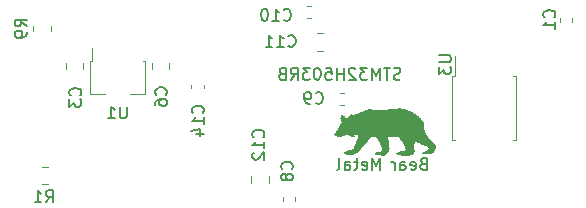
<source format=gbr>
%TF.GenerationSoftware,KiCad,Pcbnew,(7.0.0)*%
%TF.CreationDate,2023-04-02T12:15:27-04:00*%
%TF.ProjectId,H503,48353033-2e6b-4696-9361-645f70636258,rev?*%
%TF.SameCoordinates,Original*%
%TF.FileFunction,Legend,Bot*%
%TF.FilePolarity,Positive*%
%FSLAX46Y46*%
G04 Gerber Fmt 4.6, Leading zero omitted, Abs format (unit mm)*
G04 Created by KiCad (PCBNEW (7.0.0)) date 2023-04-02 12:15:27*
%MOMM*%
%LPD*%
G01*
G04 APERTURE LIST*
%ADD10C,0.150000*%
%ADD11C,0.120000*%
G04 APERTURE END LIST*
D10*
X100901523Y-53481161D02*
X100758666Y-53528780D01*
X100758666Y-53528780D02*
X100520571Y-53528780D01*
X100520571Y-53528780D02*
X100425333Y-53481161D01*
X100425333Y-53481161D02*
X100377714Y-53433542D01*
X100377714Y-53433542D02*
X100330095Y-53338304D01*
X100330095Y-53338304D02*
X100330095Y-53243066D01*
X100330095Y-53243066D02*
X100377714Y-53147828D01*
X100377714Y-53147828D02*
X100425333Y-53100209D01*
X100425333Y-53100209D02*
X100520571Y-53052590D01*
X100520571Y-53052590D02*
X100711047Y-53004971D01*
X100711047Y-53004971D02*
X100806285Y-52957352D01*
X100806285Y-52957352D02*
X100853904Y-52909733D01*
X100853904Y-52909733D02*
X100901523Y-52814495D01*
X100901523Y-52814495D02*
X100901523Y-52719257D01*
X100901523Y-52719257D02*
X100853904Y-52624019D01*
X100853904Y-52624019D02*
X100806285Y-52576400D01*
X100806285Y-52576400D02*
X100711047Y-52528780D01*
X100711047Y-52528780D02*
X100472952Y-52528780D01*
X100472952Y-52528780D02*
X100330095Y-52576400D01*
X100044380Y-52528780D02*
X99472952Y-52528780D01*
X99758666Y-53528780D02*
X99758666Y-52528780D01*
X99139618Y-53528780D02*
X99139618Y-52528780D01*
X99139618Y-52528780D02*
X98806285Y-53243066D01*
X98806285Y-53243066D02*
X98472952Y-52528780D01*
X98472952Y-52528780D02*
X98472952Y-53528780D01*
X98091999Y-52528780D02*
X97472952Y-52528780D01*
X97472952Y-52528780D02*
X97806285Y-52909733D01*
X97806285Y-52909733D02*
X97663428Y-52909733D01*
X97663428Y-52909733D02*
X97568190Y-52957352D01*
X97568190Y-52957352D02*
X97520571Y-53004971D01*
X97520571Y-53004971D02*
X97472952Y-53100209D01*
X97472952Y-53100209D02*
X97472952Y-53338304D01*
X97472952Y-53338304D02*
X97520571Y-53433542D01*
X97520571Y-53433542D02*
X97568190Y-53481161D01*
X97568190Y-53481161D02*
X97663428Y-53528780D01*
X97663428Y-53528780D02*
X97949142Y-53528780D01*
X97949142Y-53528780D02*
X98044380Y-53481161D01*
X98044380Y-53481161D02*
X98091999Y-53433542D01*
X97091999Y-52624019D02*
X97044380Y-52576400D01*
X97044380Y-52576400D02*
X96949142Y-52528780D01*
X96949142Y-52528780D02*
X96711047Y-52528780D01*
X96711047Y-52528780D02*
X96615809Y-52576400D01*
X96615809Y-52576400D02*
X96568190Y-52624019D01*
X96568190Y-52624019D02*
X96520571Y-52719257D01*
X96520571Y-52719257D02*
X96520571Y-52814495D01*
X96520571Y-52814495D02*
X96568190Y-52957352D01*
X96568190Y-52957352D02*
X97139618Y-53528780D01*
X97139618Y-53528780D02*
X96520571Y-53528780D01*
X96091999Y-53528780D02*
X96091999Y-52528780D01*
X96091999Y-53004971D02*
X95520571Y-53004971D01*
X95520571Y-53528780D02*
X95520571Y-52528780D01*
X94568190Y-52528780D02*
X95044380Y-52528780D01*
X95044380Y-52528780D02*
X95091999Y-53004971D01*
X95091999Y-53004971D02*
X95044380Y-52957352D01*
X95044380Y-52957352D02*
X94949142Y-52909733D01*
X94949142Y-52909733D02*
X94711047Y-52909733D01*
X94711047Y-52909733D02*
X94615809Y-52957352D01*
X94615809Y-52957352D02*
X94568190Y-53004971D01*
X94568190Y-53004971D02*
X94520571Y-53100209D01*
X94520571Y-53100209D02*
X94520571Y-53338304D01*
X94520571Y-53338304D02*
X94568190Y-53433542D01*
X94568190Y-53433542D02*
X94615809Y-53481161D01*
X94615809Y-53481161D02*
X94711047Y-53528780D01*
X94711047Y-53528780D02*
X94949142Y-53528780D01*
X94949142Y-53528780D02*
X95044380Y-53481161D01*
X95044380Y-53481161D02*
X95091999Y-53433542D01*
X93901523Y-52528780D02*
X93806285Y-52528780D01*
X93806285Y-52528780D02*
X93711047Y-52576400D01*
X93711047Y-52576400D02*
X93663428Y-52624019D01*
X93663428Y-52624019D02*
X93615809Y-52719257D01*
X93615809Y-52719257D02*
X93568190Y-52909733D01*
X93568190Y-52909733D02*
X93568190Y-53147828D01*
X93568190Y-53147828D02*
X93615809Y-53338304D01*
X93615809Y-53338304D02*
X93663428Y-53433542D01*
X93663428Y-53433542D02*
X93711047Y-53481161D01*
X93711047Y-53481161D02*
X93806285Y-53528780D01*
X93806285Y-53528780D02*
X93901523Y-53528780D01*
X93901523Y-53528780D02*
X93996761Y-53481161D01*
X93996761Y-53481161D02*
X94044380Y-53433542D01*
X94044380Y-53433542D02*
X94091999Y-53338304D01*
X94091999Y-53338304D02*
X94139618Y-53147828D01*
X94139618Y-53147828D02*
X94139618Y-52909733D01*
X94139618Y-52909733D02*
X94091999Y-52719257D01*
X94091999Y-52719257D02*
X94044380Y-52624019D01*
X94044380Y-52624019D02*
X93996761Y-52576400D01*
X93996761Y-52576400D02*
X93901523Y-52528780D01*
X93234856Y-52528780D02*
X92615809Y-52528780D01*
X92615809Y-52528780D02*
X92949142Y-52909733D01*
X92949142Y-52909733D02*
X92806285Y-52909733D01*
X92806285Y-52909733D02*
X92711047Y-52957352D01*
X92711047Y-52957352D02*
X92663428Y-53004971D01*
X92663428Y-53004971D02*
X92615809Y-53100209D01*
X92615809Y-53100209D02*
X92615809Y-53338304D01*
X92615809Y-53338304D02*
X92663428Y-53433542D01*
X92663428Y-53433542D02*
X92711047Y-53481161D01*
X92711047Y-53481161D02*
X92806285Y-53528780D01*
X92806285Y-53528780D02*
X93091999Y-53528780D01*
X93091999Y-53528780D02*
X93187237Y-53481161D01*
X93187237Y-53481161D02*
X93234856Y-53433542D01*
X91615809Y-53528780D02*
X91949142Y-53052590D01*
X92187237Y-53528780D02*
X92187237Y-52528780D01*
X92187237Y-52528780D02*
X91806285Y-52528780D01*
X91806285Y-52528780D02*
X91711047Y-52576400D01*
X91711047Y-52576400D02*
X91663428Y-52624019D01*
X91663428Y-52624019D02*
X91615809Y-52719257D01*
X91615809Y-52719257D02*
X91615809Y-52862114D01*
X91615809Y-52862114D02*
X91663428Y-52957352D01*
X91663428Y-52957352D02*
X91711047Y-53004971D01*
X91711047Y-53004971D02*
X91806285Y-53052590D01*
X91806285Y-53052590D02*
X92187237Y-53052590D01*
X90853904Y-53004971D02*
X90711047Y-53052590D01*
X90711047Y-53052590D02*
X90663428Y-53100209D01*
X90663428Y-53100209D02*
X90615809Y-53195447D01*
X90615809Y-53195447D02*
X90615809Y-53338304D01*
X90615809Y-53338304D02*
X90663428Y-53433542D01*
X90663428Y-53433542D02*
X90711047Y-53481161D01*
X90711047Y-53481161D02*
X90806285Y-53528780D01*
X90806285Y-53528780D02*
X91187237Y-53528780D01*
X91187237Y-53528780D02*
X91187237Y-52528780D01*
X91187237Y-52528780D02*
X90853904Y-52528780D01*
X90853904Y-52528780D02*
X90758666Y-52576400D01*
X90758666Y-52576400D02*
X90711047Y-52624019D01*
X90711047Y-52624019D02*
X90663428Y-52719257D01*
X90663428Y-52719257D02*
X90663428Y-52814495D01*
X90663428Y-52814495D02*
X90711047Y-52909733D01*
X90711047Y-52909733D02*
X90758666Y-52957352D01*
X90758666Y-52957352D02*
X90853904Y-53004971D01*
X90853904Y-53004971D02*
X91187237Y-53004971D01*
X102831971Y-60624971D02*
X102689114Y-60672590D01*
X102689114Y-60672590D02*
X102641495Y-60720209D01*
X102641495Y-60720209D02*
X102593876Y-60815447D01*
X102593876Y-60815447D02*
X102593876Y-60958304D01*
X102593876Y-60958304D02*
X102641495Y-61053542D01*
X102641495Y-61053542D02*
X102689114Y-61101161D01*
X102689114Y-61101161D02*
X102784352Y-61148780D01*
X102784352Y-61148780D02*
X103165304Y-61148780D01*
X103165304Y-61148780D02*
X103165304Y-60148780D01*
X103165304Y-60148780D02*
X102831971Y-60148780D01*
X102831971Y-60148780D02*
X102736733Y-60196400D01*
X102736733Y-60196400D02*
X102689114Y-60244019D01*
X102689114Y-60244019D02*
X102641495Y-60339257D01*
X102641495Y-60339257D02*
X102641495Y-60434495D01*
X102641495Y-60434495D02*
X102689114Y-60529733D01*
X102689114Y-60529733D02*
X102736733Y-60577352D01*
X102736733Y-60577352D02*
X102831971Y-60624971D01*
X102831971Y-60624971D02*
X103165304Y-60624971D01*
X101784352Y-61101161D02*
X101879590Y-61148780D01*
X101879590Y-61148780D02*
X102070066Y-61148780D01*
X102070066Y-61148780D02*
X102165304Y-61101161D01*
X102165304Y-61101161D02*
X102212923Y-61005923D01*
X102212923Y-61005923D02*
X102212923Y-60624971D01*
X102212923Y-60624971D02*
X102165304Y-60529733D01*
X102165304Y-60529733D02*
X102070066Y-60482114D01*
X102070066Y-60482114D02*
X101879590Y-60482114D01*
X101879590Y-60482114D02*
X101784352Y-60529733D01*
X101784352Y-60529733D02*
X101736733Y-60624971D01*
X101736733Y-60624971D02*
X101736733Y-60720209D01*
X101736733Y-60720209D02*
X102212923Y-60815447D01*
X100879590Y-61148780D02*
X100879590Y-60624971D01*
X100879590Y-60624971D02*
X100927209Y-60529733D01*
X100927209Y-60529733D02*
X101022447Y-60482114D01*
X101022447Y-60482114D02*
X101212923Y-60482114D01*
X101212923Y-60482114D02*
X101308161Y-60529733D01*
X100879590Y-61101161D02*
X100974828Y-61148780D01*
X100974828Y-61148780D02*
X101212923Y-61148780D01*
X101212923Y-61148780D02*
X101308161Y-61101161D01*
X101308161Y-61101161D02*
X101355780Y-61005923D01*
X101355780Y-61005923D02*
X101355780Y-60910685D01*
X101355780Y-60910685D02*
X101308161Y-60815447D01*
X101308161Y-60815447D02*
X101212923Y-60767828D01*
X101212923Y-60767828D02*
X100974828Y-60767828D01*
X100974828Y-60767828D02*
X100879590Y-60720209D01*
X100403399Y-61148780D02*
X100403399Y-60482114D01*
X100403399Y-60672590D02*
X100355780Y-60577352D01*
X100355780Y-60577352D02*
X100308161Y-60529733D01*
X100308161Y-60529733D02*
X100212923Y-60482114D01*
X100212923Y-60482114D02*
X100117685Y-60482114D01*
X99184351Y-61148780D02*
X99184351Y-60148780D01*
X99184351Y-60148780D02*
X98851018Y-60863066D01*
X98851018Y-60863066D02*
X98517685Y-60148780D01*
X98517685Y-60148780D02*
X98517685Y-61148780D01*
X97660542Y-61101161D02*
X97755780Y-61148780D01*
X97755780Y-61148780D02*
X97946256Y-61148780D01*
X97946256Y-61148780D02*
X98041494Y-61101161D01*
X98041494Y-61101161D02*
X98089113Y-61005923D01*
X98089113Y-61005923D02*
X98089113Y-60624971D01*
X98089113Y-60624971D02*
X98041494Y-60529733D01*
X98041494Y-60529733D02*
X97946256Y-60482114D01*
X97946256Y-60482114D02*
X97755780Y-60482114D01*
X97755780Y-60482114D02*
X97660542Y-60529733D01*
X97660542Y-60529733D02*
X97612923Y-60624971D01*
X97612923Y-60624971D02*
X97612923Y-60720209D01*
X97612923Y-60720209D02*
X98089113Y-60815447D01*
X97327208Y-60482114D02*
X96946256Y-60482114D01*
X97184351Y-60148780D02*
X97184351Y-61005923D01*
X97184351Y-61005923D02*
X97136732Y-61101161D01*
X97136732Y-61101161D02*
X97041494Y-61148780D01*
X97041494Y-61148780D02*
X96946256Y-61148780D01*
X96184351Y-61148780D02*
X96184351Y-60624971D01*
X96184351Y-60624971D02*
X96231970Y-60529733D01*
X96231970Y-60529733D02*
X96327208Y-60482114D01*
X96327208Y-60482114D02*
X96517684Y-60482114D01*
X96517684Y-60482114D02*
X96612922Y-60529733D01*
X96184351Y-61101161D02*
X96279589Y-61148780D01*
X96279589Y-61148780D02*
X96517684Y-61148780D01*
X96517684Y-61148780D02*
X96612922Y-61101161D01*
X96612922Y-61101161D02*
X96660541Y-61005923D01*
X96660541Y-61005923D02*
X96660541Y-60910685D01*
X96660541Y-60910685D02*
X96612922Y-60815447D01*
X96612922Y-60815447D02*
X96517684Y-60767828D01*
X96517684Y-60767828D02*
X96279589Y-60767828D01*
X96279589Y-60767828D02*
X96184351Y-60720209D01*
X95565303Y-61148780D02*
X95660541Y-61101161D01*
X95660541Y-61101161D02*
X95708160Y-61005923D01*
X95708160Y-61005923D02*
X95708160Y-60148780D01*
%TO.C,C10*%
X91016057Y-48430542D02*
X91063676Y-48478161D01*
X91063676Y-48478161D02*
X91206533Y-48525780D01*
X91206533Y-48525780D02*
X91301771Y-48525780D01*
X91301771Y-48525780D02*
X91444628Y-48478161D01*
X91444628Y-48478161D02*
X91539866Y-48382923D01*
X91539866Y-48382923D02*
X91587485Y-48287685D01*
X91587485Y-48287685D02*
X91635104Y-48097209D01*
X91635104Y-48097209D02*
X91635104Y-47954352D01*
X91635104Y-47954352D02*
X91587485Y-47763876D01*
X91587485Y-47763876D02*
X91539866Y-47668638D01*
X91539866Y-47668638D02*
X91444628Y-47573400D01*
X91444628Y-47573400D02*
X91301771Y-47525780D01*
X91301771Y-47525780D02*
X91206533Y-47525780D01*
X91206533Y-47525780D02*
X91063676Y-47573400D01*
X91063676Y-47573400D02*
X91016057Y-47621019D01*
X90063676Y-48525780D02*
X90635104Y-48525780D01*
X90349390Y-48525780D02*
X90349390Y-47525780D01*
X90349390Y-47525780D02*
X90444628Y-47668638D01*
X90444628Y-47668638D02*
X90539866Y-47763876D01*
X90539866Y-47763876D02*
X90635104Y-47811495D01*
X89444628Y-47525780D02*
X89349390Y-47525780D01*
X89349390Y-47525780D02*
X89254152Y-47573400D01*
X89254152Y-47573400D02*
X89206533Y-47621019D01*
X89206533Y-47621019D02*
X89158914Y-47716257D01*
X89158914Y-47716257D02*
X89111295Y-47906733D01*
X89111295Y-47906733D02*
X89111295Y-48144828D01*
X89111295Y-48144828D02*
X89158914Y-48335304D01*
X89158914Y-48335304D02*
X89206533Y-48430542D01*
X89206533Y-48430542D02*
X89254152Y-48478161D01*
X89254152Y-48478161D02*
X89349390Y-48525780D01*
X89349390Y-48525780D02*
X89444628Y-48525780D01*
X89444628Y-48525780D02*
X89539866Y-48478161D01*
X89539866Y-48478161D02*
X89587485Y-48430542D01*
X89587485Y-48430542D02*
X89635104Y-48335304D01*
X89635104Y-48335304D02*
X89682723Y-48144828D01*
X89682723Y-48144828D02*
X89682723Y-47906733D01*
X89682723Y-47906733D02*
X89635104Y-47716257D01*
X89635104Y-47716257D02*
X89587485Y-47621019D01*
X89587485Y-47621019D02*
X89539866Y-47573400D01*
X89539866Y-47573400D02*
X89444628Y-47525780D01*
%TO.C,C14*%
X84142942Y-56329342D02*
X84190561Y-56281723D01*
X84190561Y-56281723D02*
X84238180Y-56138866D01*
X84238180Y-56138866D02*
X84238180Y-56043628D01*
X84238180Y-56043628D02*
X84190561Y-55900771D01*
X84190561Y-55900771D02*
X84095323Y-55805533D01*
X84095323Y-55805533D02*
X84000085Y-55757914D01*
X84000085Y-55757914D02*
X83809609Y-55710295D01*
X83809609Y-55710295D02*
X83666752Y-55710295D01*
X83666752Y-55710295D02*
X83476276Y-55757914D01*
X83476276Y-55757914D02*
X83381038Y-55805533D01*
X83381038Y-55805533D02*
X83285800Y-55900771D01*
X83285800Y-55900771D02*
X83238180Y-56043628D01*
X83238180Y-56043628D02*
X83238180Y-56138866D01*
X83238180Y-56138866D02*
X83285800Y-56281723D01*
X83285800Y-56281723D02*
X83333419Y-56329342D01*
X84238180Y-57281723D02*
X84238180Y-56710295D01*
X84238180Y-56996009D02*
X83238180Y-56996009D01*
X83238180Y-56996009D02*
X83381038Y-56900771D01*
X83381038Y-56900771D02*
X83476276Y-56805533D01*
X83476276Y-56805533D02*
X83523895Y-56710295D01*
X83571514Y-58138866D02*
X84238180Y-58138866D01*
X83190561Y-57900771D02*
X83904847Y-57662676D01*
X83904847Y-57662676D02*
X83904847Y-58281723D01*
%TO.C,R1*%
X70880266Y-63892780D02*
X71213599Y-63416590D01*
X71451694Y-63892780D02*
X71451694Y-62892780D01*
X71451694Y-62892780D02*
X71070742Y-62892780D01*
X71070742Y-62892780D02*
X70975504Y-62940400D01*
X70975504Y-62940400D02*
X70927885Y-62988019D01*
X70927885Y-62988019D02*
X70880266Y-63083257D01*
X70880266Y-63083257D02*
X70880266Y-63226114D01*
X70880266Y-63226114D02*
X70927885Y-63321352D01*
X70927885Y-63321352D02*
X70975504Y-63368971D01*
X70975504Y-63368971D02*
X71070742Y-63416590D01*
X71070742Y-63416590D02*
X71451694Y-63416590D01*
X69927885Y-63892780D02*
X70499313Y-63892780D01*
X70213599Y-63892780D02*
X70213599Y-62892780D01*
X70213599Y-62892780D02*
X70308837Y-63035638D01*
X70308837Y-63035638D02*
X70404075Y-63130876D01*
X70404075Y-63130876D02*
X70499313Y-63178495D01*
%TO.C,C1*%
X113911742Y-48245733D02*
X113959361Y-48198114D01*
X113959361Y-48198114D02*
X114006980Y-48055257D01*
X114006980Y-48055257D02*
X114006980Y-47960019D01*
X114006980Y-47960019D02*
X113959361Y-47817162D01*
X113959361Y-47817162D02*
X113864123Y-47721924D01*
X113864123Y-47721924D02*
X113768885Y-47674305D01*
X113768885Y-47674305D02*
X113578409Y-47626686D01*
X113578409Y-47626686D02*
X113435552Y-47626686D01*
X113435552Y-47626686D02*
X113245076Y-47674305D01*
X113245076Y-47674305D02*
X113149838Y-47721924D01*
X113149838Y-47721924D02*
X113054600Y-47817162D01*
X113054600Y-47817162D02*
X113006980Y-47960019D01*
X113006980Y-47960019D02*
X113006980Y-48055257D01*
X113006980Y-48055257D02*
X113054600Y-48198114D01*
X113054600Y-48198114D02*
X113102219Y-48245733D01*
X114006980Y-49198114D02*
X114006980Y-48626686D01*
X114006980Y-48912400D02*
X113006980Y-48912400D01*
X113006980Y-48912400D02*
X113149838Y-48817162D01*
X113149838Y-48817162D02*
X113245076Y-48721924D01*
X113245076Y-48721924D02*
X113292695Y-48626686D01*
%TO.C,C9*%
X93714866Y-55466342D02*
X93762485Y-55513961D01*
X93762485Y-55513961D02*
X93905342Y-55561580D01*
X93905342Y-55561580D02*
X94000580Y-55561580D01*
X94000580Y-55561580D02*
X94143437Y-55513961D01*
X94143437Y-55513961D02*
X94238675Y-55418723D01*
X94238675Y-55418723D02*
X94286294Y-55323485D01*
X94286294Y-55323485D02*
X94333913Y-55133009D01*
X94333913Y-55133009D02*
X94333913Y-54990152D01*
X94333913Y-54990152D02*
X94286294Y-54799676D01*
X94286294Y-54799676D02*
X94238675Y-54704438D01*
X94238675Y-54704438D02*
X94143437Y-54609200D01*
X94143437Y-54609200D02*
X94000580Y-54561580D01*
X94000580Y-54561580D02*
X93905342Y-54561580D01*
X93905342Y-54561580D02*
X93762485Y-54609200D01*
X93762485Y-54609200D02*
X93714866Y-54656819D01*
X93238675Y-55561580D02*
X93048199Y-55561580D01*
X93048199Y-55561580D02*
X92952961Y-55513961D01*
X92952961Y-55513961D02*
X92905342Y-55466342D01*
X92905342Y-55466342D02*
X92810104Y-55323485D01*
X92810104Y-55323485D02*
X92762485Y-55133009D01*
X92762485Y-55133009D02*
X92762485Y-54752057D01*
X92762485Y-54752057D02*
X92810104Y-54656819D01*
X92810104Y-54656819D02*
X92857723Y-54609200D01*
X92857723Y-54609200D02*
X92952961Y-54561580D01*
X92952961Y-54561580D02*
X93143437Y-54561580D01*
X93143437Y-54561580D02*
X93238675Y-54609200D01*
X93238675Y-54609200D02*
X93286294Y-54656819D01*
X93286294Y-54656819D02*
X93333913Y-54752057D01*
X93333913Y-54752057D02*
X93333913Y-54990152D01*
X93333913Y-54990152D02*
X93286294Y-55085390D01*
X93286294Y-55085390D02*
X93238675Y-55133009D01*
X93238675Y-55133009D02*
X93143437Y-55180628D01*
X93143437Y-55180628D02*
X92952961Y-55180628D01*
X92952961Y-55180628D02*
X92857723Y-55133009D01*
X92857723Y-55133009D02*
X92810104Y-55085390D01*
X92810104Y-55085390D02*
X92762485Y-54990152D01*
%TO.C,C6*%
X81018742Y-54798933D02*
X81066361Y-54751314D01*
X81066361Y-54751314D02*
X81113980Y-54608457D01*
X81113980Y-54608457D02*
X81113980Y-54513219D01*
X81113980Y-54513219D02*
X81066361Y-54370362D01*
X81066361Y-54370362D02*
X80971123Y-54275124D01*
X80971123Y-54275124D02*
X80875885Y-54227505D01*
X80875885Y-54227505D02*
X80685409Y-54179886D01*
X80685409Y-54179886D02*
X80542552Y-54179886D01*
X80542552Y-54179886D02*
X80352076Y-54227505D01*
X80352076Y-54227505D02*
X80256838Y-54275124D01*
X80256838Y-54275124D02*
X80161600Y-54370362D01*
X80161600Y-54370362D02*
X80113980Y-54513219D01*
X80113980Y-54513219D02*
X80113980Y-54608457D01*
X80113980Y-54608457D02*
X80161600Y-54751314D01*
X80161600Y-54751314D02*
X80209219Y-54798933D01*
X80113980Y-55656076D02*
X80113980Y-55465600D01*
X80113980Y-55465600D02*
X80161600Y-55370362D01*
X80161600Y-55370362D02*
X80209219Y-55322743D01*
X80209219Y-55322743D02*
X80352076Y-55227505D01*
X80352076Y-55227505D02*
X80542552Y-55179886D01*
X80542552Y-55179886D02*
X80923504Y-55179886D01*
X80923504Y-55179886D02*
X81018742Y-55227505D01*
X81018742Y-55227505D02*
X81066361Y-55275124D01*
X81066361Y-55275124D02*
X81113980Y-55370362D01*
X81113980Y-55370362D02*
X81113980Y-55560838D01*
X81113980Y-55560838D02*
X81066361Y-55656076D01*
X81066361Y-55656076D02*
X81018742Y-55703695D01*
X81018742Y-55703695D02*
X80923504Y-55751314D01*
X80923504Y-55751314D02*
X80685409Y-55751314D01*
X80685409Y-55751314D02*
X80590171Y-55703695D01*
X80590171Y-55703695D02*
X80542552Y-55656076D01*
X80542552Y-55656076D02*
X80494933Y-55560838D01*
X80494933Y-55560838D02*
X80494933Y-55370362D01*
X80494933Y-55370362D02*
X80542552Y-55275124D01*
X80542552Y-55275124D02*
X80590171Y-55227505D01*
X80590171Y-55227505D02*
X80685409Y-55179886D01*
%TO.C,U1*%
X77711904Y-55807380D02*
X77711904Y-56616904D01*
X77711904Y-56616904D02*
X77664285Y-56712142D01*
X77664285Y-56712142D02*
X77616666Y-56759761D01*
X77616666Y-56759761D02*
X77521428Y-56807380D01*
X77521428Y-56807380D02*
X77330952Y-56807380D01*
X77330952Y-56807380D02*
X77235714Y-56759761D01*
X77235714Y-56759761D02*
X77188095Y-56712142D01*
X77188095Y-56712142D02*
X77140476Y-56616904D01*
X77140476Y-56616904D02*
X77140476Y-55807380D01*
X76140476Y-56807380D02*
X76711904Y-56807380D01*
X76426190Y-56807380D02*
X76426190Y-55807380D01*
X76426190Y-55807380D02*
X76521428Y-55950238D01*
X76521428Y-55950238D02*
X76616666Y-56045476D01*
X76616666Y-56045476D02*
X76711904Y-56093095D01*
%TO.C,U3*%
X104167780Y-51460495D02*
X104977304Y-51460495D01*
X104977304Y-51460495D02*
X105072542Y-51508114D01*
X105072542Y-51508114D02*
X105120161Y-51555733D01*
X105120161Y-51555733D02*
X105167780Y-51650971D01*
X105167780Y-51650971D02*
X105167780Y-51841447D01*
X105167780Y-51841447D02*
X105120161Y-51936685D01*
X105120161Y-51936685D02*
X105072542Y-51984304D01*
X105072542Y-51984304D02*
X104977304Y-52031923D01*
X104977304Y-52031923D02*
X104167780Y-52031923D01*
X104167780Y-52412876D02*
X104167780Y-53031923D01*
X104167780Y-53031923D02*
X104548733Y-52698590D01*
X104548733Y-52698590D02*
X104548733Y-52841447D01*
X104548733Y-52841447D02*
X104596352Y-52936685D01*
X104596352Y-52936685D02*
X104643971Y-52984304D01*
X104643971Y-52984304D02*
X104739209Y-53031923D01*
X104739209Y-53031923D02*
X104977304Y-53031923D01*
X104977304Y-53031923D02*
X105072542Y-52984304D01*
X105072542Y-52984304D02*
X105120161Y-52936685D01*
X105120161Y-52936685D02*
X105167780Y-52841447D01*
X105167780Y-52841447D02*
X105167780Y-52555733D01*
X105167780Y-52555733D02*
X105120161Y-52460495D01*
X105120161Y-52460495D02*
X105072542Y-52412876D01*
%TO.C,C11*%
X91397057Y-50640342D02*
X91444676Y-50687961D01*
X91444676Y-50687961D02*
X91587533Y-50735580D01*
X91587533Y-50735580D02*
X91682771Y-50735580D01*
X91682771Y-50735580D02*
X91825628Y-50687961D01*
X91825628Y-50687961D02*
X91920866Y-50592723D01*
X91920866Y-50592723D02*
X91968485Y-50497485D01*
X91968485Y-50497485D02*
X92016104Y-50307009D01*
X92016104Y-50307009D02*
X92016104Y-50164152D01*
X92016104Y-50164152D02*
X91968485Y-49973676D01*
X91968485Y-49973676D02*
X91920866Y-49878438D01*
X91920866Y-49878438D02*
X91825628Y-49783200D01*
X91825628Y-49783200D02*
X91682771Y-49735580D01*
X91682771Y-49735580D02*
X91587533Y-49735580D01*
X91587533Y-49735580D02*
X91444676Y-49783200D01*
X91444676Y-49783200D02*
X91397057Y-49830819D01*
X90444676Y-50735580D02*
X91016104Y-50735580D01*
X90730390Y-50735580D02*
X90730390Y-49735580D01*
X90730390Y-49735580D02*
X90825628Y-49878438D01*
X90825628Y-49878438D02*
X90920866Y-49973676D01*
X90920866Y-49973676D02*
X91016104Y-50021295D01*
X89492295Y-50735580D02*
X90063723Y-50735580D01*
X89778009Y-50735580D02*
X89778009Y-49735580D01*
X89778009Y-49735580D02*
X89873247Y-49878438D01*
X89873247Y-49878438D02*
X89968485Y-49973676D01*
X89968485Y-49973676D02*
X90063723Y-50021295D01*
%TO.C,C8*%
X91712142Y-61098133D02*
X91759761Y-61050514D01*
X91759761Y-61050514D02*
X91807380Y-60907657D01*
X91807380Y-60907657D02*
X91807380Y-60812419D01*
X91807380Y-60812419D02*
X91759761Y-60669562D01*
X91759761Y-60669562D02*
X91664523Y-60574324D01*
X91664523Y-60574324D02*
X91569285Y-60526705D01*
X91569285Y-60526705D02*
X91378809Y-60479086D01*
X91378809Y-60479086D02*
X91235952Y-60479086D01*
X91235952Y-60479086D02*
X91045476Y-60526705D01*
X91045476Y-60526705D02*
X90950238Y-60574324D01*
X90950238Y-60574324D02*
X90855000Y-60669562D01*
X90855000Y-60669562D02*
X90807380Y-60812419D01*
X90807380Y-60812419D02*
X90807380Y-60907657D01*
X90807380Y-60907657D02*
X90855000Y-61050514D01*
X90855000Y-61050514D02*
X90902619Y-61098133D01*
X91235952Y-61669562D02*
X91188333Y-61574324D01*
X91188333Y-61574324D02*
X91140714Y-61526705D01*
X91140714Y-61526705D02*
X91045476Y-61479086D01*
X91045476Y-61479086D02*
X90997857Y-61479086D01*
X90997857Y-61479086D02*
X90902619Y-61526705D01*
X90902619Y-61526705D02*
X90855000Y-61574324D01*
X90855000Y-61574324D02*
X90807380Y-61669562D01*
X90807380Y-61669562D02*
X90807380Y-61860038D01*
X90807380Y-61860038D02*
X90855000Y-61955276D01*
X90855000Y-61955276D02*
X90902619Y-62002895D01*
X90902619Y-62002895D02*
X90997857Y-62050514D01*
X90997857Y-62050514D02*
X91045476Y-62050514D01*
X91045476Y-62050514D02*
X91140714Y-62002895D01*
X91140714Y-62002895D02*
X91188333Y-61955276D01*
X91188333Y-61955276D02*
X91235952Y-61860038D01*
X91235952Y-61860038D02*
X91235952Y-61669562D01*
X91235952Y-61669562D02*
X91283571Y-61574324D01*
X91283571Y-61574324D02*
X91331190Y-61526705D01*
X91331190Y-61526705D02*
X91426428Y-61479086D01*
X91426428Y-61479086D02*
X91616904Y-61479086D01*
X91616904Y-61479086D02*
X91712142Y-61526705D01*
X91712142Y-61526705D02*
X91759761Y-61574324D01*
X91759761Y-61574324D02*
X91807380Y-61669562D01*
X91807380Y-61669562D02*
X91807380Y-61860038D01*
X91807380Y-61860038D02*
X91759761Y-61955276D01*
X91759761Y-61955276D02*
X91712142Y-62002895D01*
X91712142Y-62002895D02*
X91616904Y-62050514D01*
X91616904Y-62050514D02*
X91426428Y-62050514D01*
X91426428Y-62050514D02*
X91331190Y-62002895D01*
X91331190Y-62002895D02*
X91283571Y-61955276D01*
X91283571Y-61955276D02*
X91235952Y-61860038D01*
%TO.C,R9*%
X69253180Y-49007733D02*
X68776990Y-48674400D01*
X69253180Y-48436305D02*
X68253180Y-48436305D01*
X68253180Y-48436305D02*
X68253180Y-48817257D01*
X68253180Y-48817257D02*
X68300800Y-48912495D01*
X68300800Y-48912495D02*
X68348419Y-48960114D01*
X68348419Y-48960114D02*
X68443657Y-49007733D01*
X68443657Y-49007733D02*
X68586514Y-49007733D01*
X68586514Y-49007733D02*
X68681752Y-48960114D01*
X68681752Y-48960114D02*
X68729371Y-48912495D01*
X68729371Y-48912495D02*
X68776990Y-48817257D01*
X68776990Y-48817257D02*
X68776990Y-48436305D01*
X69253180Y-49483924D02*
X69253180Y-49674400D01*
X69253180Y-49674400D02*
X69205561Y-49769638D01*
X69205561Y-49769638D02*
X69157942Y-49817257D01*
X69157942Y-49817257D02*
X69015085Y-49912495D01*
X69015085Y-49912495D02*
X68824609Y-49960114D01*
X68824609Y-49960114D02*
X68443657Y-49960114D01*
X68443657Y-49960114D02*
X68348419Y-49912495D01*
X68348419Y-49912495D02*
X68300800Y-49864876D01*
X68300800Y-49864876D02*
X68253180Y-49769638D01*
X68253180Y-49769638D02*
X68253180Y-49579162D01*
X68253180Y-49579162D02*
X68300800Y-49483924D01*
X68300800Y-49483924D02*
X68348419Y-49436305D01*
X68348419Y-49436305D02*
X68443657Y-49388686D01*
X68443657Y-49388686D02*
X68681752Y-49388686D01*
X68681752Y-49388686D02*
X68776990Y-49436305D01*
X68776990Y-49436305D02*
X68824609Y-49483924D01*
X68824609Y-49483924D02*
X68872228Y-49579162D01*
X68872228Y-49579162D02*
X68872228Y-49769638D01*
X68872228Y-49769638D02*
X68824609Y-49864876D01*
X68824609Y-49864876D02*
X68776990Y-49912495D01*
X68776990Y-49912495D02*
X68681752Y-49960114D01*
%TO.C,C12*%
X89273742Y-58386742D02*
X89321361Y-58339123D01*
X89321361Y-58339123D02*
X89368980Y-58196266D01*
X89368980Y-58196266D02*
X89368980Y-58101028D01*
X89368980Y-58101028D02*
X89321361Y-57958171D01*
X89321361Y-57958171D02*
X89226123Y-57862933D01*
X89226123Y-57862933D02*
X89130885Y-57815314D01*
X89130885Y-57815314D02*
X88940409Y-57767695D01*
X88940409Y-57767695D02*
X88797552Y-57767695D01*
X88797552Y-57767695D02*
X88607076Y-57815314D01*
X88607076Y-57815314D02*
X88511838Y-57862933D01*
X88511838Y-57862933D02*
X88416600Y-57958171D01*
X88416600Y-57958171D02*
X88368980Y-58101028D01*
X88368980Y-58101028D02*
X88368980Y-58196266D01*
X88368980Y-58196266D02*
X88416600Y-58339123D01*
X88416600Y-58339123D02*
X88464219Y-58386742D01*
X89368980Y-59339123D02*
X89368980Y-58767695D01*
X89368980Y-59053409D02*
X88368980Y-59053409D01*
X88368980Y-59053409D02*
X88511838Y-58958171D01*
X88511838Y-58958171D02*
X88607076Y-58862933D01*
X88607076Y-58862933D02*
X88654695Y-58767695D01*
X88464219Y-59720076D02*
X88416600Y-59767695D01*
X88416600Y-59767695D02*
X88368980Y-59862933D01*
X88368980Y-59862933D02*
X88368980Y-60101028D01*
X88368980Y-60101028D02*
X88416600Y-60196266D01*
X88416600Y-60196266D02*
X88464219Y-60243885D01*
X88464219Y-60243885D02*
X88559457Y-60291504D01*
X88559457Y-60291504D02*
X88654695Y-60291504D01*
X88654695Y-60291504D02*
X88797552Y-60243885D01*
X88797552Y-60243885D02*
X89368980Y-59672457D01*
X89368980Y-59672457D02*
X89368980Y-60291504D01*
%TO.C,C3*%
X73779742Y-54849733D02*
X73827361Y-54802114D01*
X73827361Y-54802114D02*
X73874980Y-54659257D01*
X73874980Y-54659257D02*
X73874980Y-54564019D01*
X73874980Y-54564019D02*
X73827361Y-54421162D01*
X73827361Y-54421162D02*
X73732123Y-54325924D01*
X73732123Y-54325924D02*
X73636885Y-54278305D01*
X73636885Y-54278305D02*
X73446409Y-54230686D01*
X73446409Y-54230686D02*
X73303552Y-54230686D01*
X73303552Y-54230686D02*
X73113076Y-54278305D01*
X73113076Y-54278305D02*
X73017838Y-54325924D01*
X73017838Y-54325924D02*
X72922600Y-54421162D01*
X72922600Y-54421162D02*
X72874980Y-54564019D01*
X72874980Y-54564019D02*
X72874980Y-54659257D01*
X72874980Y-54659257D02*
X72922600Y-54802114D01*
X72922600Y-54802114D02*
X72970219Y-54849733D01*
X72874980Y-55183067D02*
X72874980Y-55802114D01*
X72874980Y-55802114D02*
X73255933Y-55468781D01*
X73255933Y-55468781D02*
X73255933Y-55611638D01*
X73255933Y-55611638D02*
X73303552Y-55706876D01*
X73303552Y-55706876D02*
X73351171Y-55754495D01*
X73351171Y-55754495D02*
X73446409Y-55802114D01*
X73446409Y-55802114D02*
X73684504Y-55802114D01*
X73684504Y-55802114D02*
X73779742Y-55754495D01*
X73779742Y-55754495D02*
X73827361Y-55706876D01*
X73827361Y-55706876D02*
X73874980Y-55611638D01*
X73874980Y-55611638D02*
X73874980Y-55325924D01*
X73874980Y-55325924D02*
X73827361Y-55230686D01*
X73827361Y-55230686D02*
X73779742Y-55183067D01*
D11*
%TO.C,C10*%
X93026620Y-47267400D02*
X93307780Y-47267400D01*
X93026620Y-48287400D02*
X93307780Y-48287400D01*
%TO.C,C14*%
X83208400Y-54267980D02*
X83208400Y-53986820D01*
X84228400Y-54267980D02*
X84228400Y-53986820D01*
%TO.C,R1*%
X70562736Y-60910800D02*
X71016864Y-60910800D01*
X70562736Y-62380800D02*
X71016864Y-62380800D01*
%TO.C,C1*%
X115419600Y-48322620D02*
X115419600Y-48603780D01*
X114399600Y-48322620D02*
X114399600Y-48603780D01*
%TO.C,C9*%
X95819420Y-54670000D02*
X96100580Y-54670000D01*
X95819420Y-55690000D02*
X96100580Y-55690000D01*
%TO.C,C6*%
X81315000Y-52078748D02*
X81315000Y-52601252D01*
X79845000Y-52078748D02*
X79845000Y-52601252D01*
%TO.C,U1*%
X74820000Y-50840000D02*
X74820000Y-51980000D01*
X79310000Y-51980000D02*
X79080000Y-51980000D01*
X74590000Y-51980000D02*
X74820000Y-51980000D01*
X74590000Y-51980000D02*
X74590000Y-54700000D01*
X79310000Y-54700000D02*
X79310000Y-51980000D01*
X78000000Y-54700000D02*
X79310000Y-54700000D01*
X74590000Y-54700000D02*
X75900000Y-54700000D01*
%TO.C,G\u002A\u002A\u002A*%
G36*
X97235619Y-58141454D02*
G01*
X97219824Y-58164012D01*
X97197281Y-58193148D01*
X97161099Y-58217176D01*
X97125828Y-58221585D01*
X97100044Y-58203542D01*
X97085032Y-58181227D01*
X97058304Y-58146707D01*
X97057516Y-58145776D01*
X97053308Y-58141454D01*
X97185449Y-58141454D01*
X97193216Y-58149222D01*
X97200984Y-58141454D01*
X97193216Y-58133687D01*
X97185449Y-58141454D01*
X97053308Y-58141454D01*
X97038922Y-58126677D01*
X97026769Y-58130413D01*
X97011325Y-58159672D01*
X96997777Y-58193589D01*
X96993342Y-58240135D01*
X97012650Y-58278967D01*
X97013413Y-58279899D01*
X97026834Y-58313350D01*
X97011203Y-58340789D01*
X96968386Y-58358852D01*
X96946366Y-58362109D01*
X96909571Y-58355682D01*
X96867394Y-58329247D01*
X96835555Y-58305756D01*
X96810499Y-58291873D01*
X96799508Y-58296614D01*
X96797069Y-58319192D01*
X96790808Y-58345945D01*
X96767349Y-58359902D01*
X96730458Y-58352791D01*
X96684351Y-58325634D01*
X96633243Y-58279454D01*
X96608535Y-58255119D01*
X96577411Y-58234578D01*
X96552744Y-58235246D01*
X96526719Y-58241242D01*
X96475706Y-58244081D01*
X96416941Y-58241923D01*
X96363233Y-58235355D01*
X96327395Y-58224961D01*
X96312483Y-58219946D01*
X96274578Y-58222230D01*
X96217148Y-58240108D01*
X96188258Y-58250118D01*
X96122188Y-58269064D01*
X96063828Y-58281381D01*
X96049455Y-58283791D01*
X96003830Y-58298101D01*
X95984884Y-58319557D01*
X95965085Y-58342105D01*
X95921337Y-58357546D01*
X95912211Y-58359453D01*
X95878569Y-58370763D01*
X95864959Y-58382953D01*
X95854712Y-58390478D01*
X95822442Y-58395799D01*
X95777741Y-58397455D01*
X95730530Y-58395531D01*
X95690725Y-58390111D01*
X95668247Y-58381280D01*
X95665405Y-58378948D01*
X95635824Y-58367023D01*
X95593104Y-58359326D01*
X95589576Y-58358952D01*
X95537681Y-58345850D01*
X95493395Y-58323511D01*
X95484417Y-58317137D01*
X95439233Y-58288655D01*
X95389621Y-58261157D01*
X95384684Y-58258624D01*
X95330385Y-58226818D01*
X95302031Y-58198239D01*
X95296180Y-58167170D01*
X95309390Y-58127895D01*
X95324680Y-58103072D01*
X95358602Y-58057912D01*
X95404085Y-58002954D01*
X95455612Y-57945096D01*
X95482229Y-57915800D01*
X95557337Y-57824744D01*
X95608665Y-57745925D01*
X95638148Y-57675983D01*
X95647723Y-57611557D01*
X95647783Y-57606715D01*
X95651035Y-57574349D01*
X95661218Y-57540368D01*
X95681107Y-57498850D01*
X95713475Y-57443873D01*
X95761097Y-57369512D01*
X95797948Y-57312659D01*
X95852592Y-57226286D01*
X95893158Y-57159134D01*
X95918408Y-57113285D01*
X95927100Y-57090821D01*
X95927089Y-57090342D01*
X95918222Y-57066520D01*
X95897807Y-57033088D01*
X95868240Y-56985527D01*
X95829010Y-56880674D01*
X95819695Y-56768673D01*
X95840545Y-56651189D01*
X95864633Y-56592320D01*
X95902166Y-56548941D01*
X95949883Y-56534058D01*
X95980930Y-56538444D01*
X96023702Y-56550870D01*
X96066830Y-56567445D01*
X96100156Y-56584240D01*
X96113522Y-56597328D01*
X96115644Y-56602268D01*
X96133727Y-56602512D01*
X96135773Y-56601971D01*
X96157168Y-56609040D01*
X96192705Y-56635962D01*
X96244124Y-56684219D01*
X96313165Y-56755293D01*
X96313523Y-56755671D01*
X96356666Y-56784199D01*
X96400815Y-56783003D01*
X96442959Y-56753157D01*
X96480090Y-56695734D01*
X96486791Y-56683879D01*
X96518366Y-56643245D01*
X96564258Y-56594774D01*
X96617554Y-56544745D01*
X96671339Y-56499440D01*
X96718700Y-56465137D01*
X96752721Y-56448116D01*
X96792975Y-56451197D01*
X96826870Y-56481542D01*
X96849384Y-56536379D01*
X96859265Y-56578032D01*
X96938033Y-56525025D01*
X96973304Y-56503461D01*
X97031767Y-56474332D01*
X97081705Y-56456483D01*
X97117323Y-56444861D01*
X97175061Y-56421569D01*
X97244531Y-56390620D01*
X97317498Y-56355541D01*
X97371384Y-56329784D01*
X97452900Y-56294814D01*
X97526085Y-56267903D01*
X97581595Y-56252690D01*
X97622760Y-56243348D01*
X97679985Y-56225540D01*
X97721412Y-56206978D01*
X97750859Y-56190614D01*
X97836550Y-56152122D01*
X97950198Y-56110330D01*
X98089880Y-56065974D01*
X98212356Y-56035493D01*
X98325522Y-56022680D01*
X98435361Y-56028644D01*
X98552543Y-56053088D01*
X98650697Y-56073464D01*
X98793339Y-56081092D01*
X98856886Y-56079570D01*
X98941723Y-56077893D01*
X99035589Y-56076295D01*
X99127345Y-56074982D01*
X99130457Y-56074941D01*
X99237037Y-56072722D01*
X99358082Y-56068849D01*
X99487901Y-56063629D01*
X99620802Y-56057366D01*
X99751097Y-56050365D01*
X99873093Y-56042932D01*
X99981101Y-56035371D01*
X100069430Y-56027988D01*
X100132388Y-56021089D01*
X100161150Y-56017343D01*
X100241361Y-56007800D01*
X100331429Y-55997990D01*
X100416764Y-55989533D01*
X100454223Y-55985912D01*
X100542205Y-55976529D01*
X100627544Y-55966418D01*
X100696077Y-55957216D01*
X100762649Y-55950218D01*
X100840501Y-55947215D01*
X100905802Y-55949753D01*
X100959229Y-55956361D01*
X101055061Y-55972063D01*
X101154431Y-55992189D01*
X101248732Y-56014779D01*
X101329360Y-56037873D01*
X101387712Y-56059512D01*
X101455909Y-56090231D01*
X101551490Y-56131815D01*
X101636761Y-56167214D01*
X101705827Y-56194003D01*
X101752788Y-56209752D01*
X101760399Y-56211951D01*
X101836896Y-56240369D01*
X101929175Y-56283219D01*
X102029508Y-56336225D01*
X102130168Y-56395111D01*
X102223428Y-56455600D01*
X102301560Y-56513417D01*
X102313226Y-56522918D01*
X102378358Y-56577684D01*
X102445007Y-56636187D01*
X102508968Y-56694458D01*
X102566036Y-56748529D01*
X102612006Y-56794431D01*
X102642671Y-56828195D01*
X102653828Y-56845854D01*
X102653849Y-56846161D01*
X102664055Y-56863735D01*
X102689311Y-56897316D01*
X102724374Y-56939912D01*
X102770553Y-56999224D01*
X102852415Y-57140998D01*
X102910493Y-57301648D01*
X102912047Y-57307404D01*
X102925700Y-57362039D01*
X102930494Y-57397267D01*
X102926693Y-57422579D01*
X102914563Y-57447467D01*
X102909994Y-57455744D01*
X102901996Y-57476353D01*
X102898749Y-57502299D01*
X102900364Y-57539907D01*
X102906956Y-57595499D01*
X102918637Y-57675399D01*
X102940715Y-57800600D01*
X102967284Y-57906721D01*
X102999527Y-57994826D01*
X103039469Y-58071546D01*
X103041634Y-58075123D01*
X103072901Y-58128221D01*
X103102396Y-58180292D01*
X103109631Y-58192270D01*
X103140084Y-58235098D01*
X103182243Y-58288408D01*
X103208482Y-58319097D01*
X103229272Y-58343412D01*
X103240965Y-58356632D01*
X103296275Y-58421351D01*
X103351145Y-58488458D01*
X103395232Y-58545369D01*
X103426255Y-58584261D01*
X103483382Y-58648635D01*
X103551671Y-58720157D01*
X103624860Y-58792668D01*
X103696685Y-58860008D01*
X103760885Y-58916017D01*
X103811198Y-58954535D01*
X103818835Y-58959877D01*
X103879708Y-59021447D01*
X103920175Y-59098801D01*
X103935002Y-59182311D01*
X103927022Y-59233990D01*
X103902302Y-59307070D01*
X103864072Y-59392184D01*
X103815624Y-59483179D01*
X103760252Y-59573902D01*
X103701249Y-59658202D01*
X103641908Y-59729925D01*
X103623811Y-59748861D01*
X103601195Y-59766608D01*
X103574155Y-59776030D01*
X103533811Y-59779756D01*
X103471282Y-59780415D01*
X103447436Y-59780588D01*
X103378453Y-59784598D01*
X103325287Y-59795494D01*
X103276256Y-59815369D01*
X103248188Y-59827945D01*
X103216403Y-59838035D01*
X103177546Y-59845087D01*
X103125617Y-59849860D01*
X103054617Y-59853114D01*
X102958547Y-59855609D01*
X102865769Y-59857264D01*
X102792969Y-59857016D01*
X102742942Y-59853657D01*
X102711418Y-59846130D01*
X102694123Y-59833379D01*
X102686786Y-59814347D01*
X102685136Y-59787978D01*
X102685201Y-59786202D01*
X102699834Y-59756469D01*
X102735195Y-59719205D01*
X102784198Y-59679258D01*
X102839760Y-59641476D01*
X102894796Y-59610709D01*
X102942222Y-59591806D01*
X102974953Y-59589614D01*
X102992867Y-59589993D01*
X103034716Y-59575384D01*
X103087444Y-59546320D01*
X103144377Y-59507497D01*
X103198841Y-59463610D01*
X103244161Y-59419357D01*
X103273666Y-59379432D01*
X103285709Y-59343505D01*
X103280561Y-59289919D01*
X103251487Y-59241271D01*
X103202529Y-59203424D01*
X103137726Y-59182236D01*
X103115244Y-59178270D01*
X103051641Y-59162893D01*
X102987952Y-59142821D01*
X102934390Y-59121503D01*
X102901167Y-59102386D01*
X102884764Y-59090534D01*
X102862329Y-59081667D01*
X102862082Y-59081662D01*
X102842382Y-59074780D01*
X102801055Y-59056721D01*
X102744003Y-59030160D01*
X102677131Y-58997770D01*
X102652288Y-58985529D01*
X102500799Y-58911102D01*
X102375213Y-58849814D01*
X102275896Y-58801840D01*
X102203213Y-58767356D01*
X102157528Y-58746537D01*
X102139208Y-58739558D01*
X102136565Y-58741603D01*
X102128437Y-58764266D01*
X102121088Y-58803938D01*
X102118725Y-58818748D01*
X102108442Y-58857737D01*
X102096645Y-58878087D01*
X102095382Y-58879578D01*
X102090103Y-58903725D01*
X102085930Y-58951846D01*
X102082911Y-59018104D01*
X102081096Y-59096663D01*
X102080532Y-59181687D01*
X102081268Y-59267341D01*
X102083351Y-59347786D01*
X102086830Y-59417189D01*
X102091754Y-59469711D01*
X102094532Y-59498121D01*
X102095702Y-59570058D01*
X102090189Y-59635181D01*
X102090004Y-59636315D01*
X102080589Y-59680916D01*
X102065588Y-59712977D01*
X102038230Y-59742397D01*
X101991742Y-59779076D01*
X101935880Y-59818837D01*
X101839367Y-59875436D01*
X101738409Y-59916706D01*
X101619778Y-59948678D01*
X101584163Y-59955714D01*
X101477850Y-59969177D01*
X101358989Y-59975578D01*
X101234781Y-59975241D01*
X101112424Y-59968491D01*
X100999116Y-59955652D01*
X100902057Y-59937048D01*
X100828446Y-59913005D01*
X100812767Y-59906300D01*
X100742885Y-59882041D01*
X100672514Y-59864794D01*
X100615703Y-59858177D01*
X100611578Y-59857997D01*
X100570663Y-59845447D01*
X100530260Y-59819205D01*
X100486672Y-59780320D01*
X100523590Y-59749100D01*
X100558779Y-59725907D01*
X100601266Y-59708872D01*
X100611452Y-59705985D01*
X100652219Y-59690574D01*
X100708064Y-59666412D01*
X100770014Y-59637307D01*
X100810966Y-59617767D01*
X100867206Y-59594324D01*
X100919176Y-59579374D01*
X100978653Y-59569858D01*
X101057414Y-59562722D01*
X101140143Y-59555227D01*
X101213719Y-59544387D01*
X101263712Y-59530345D01*
X101294191Y-59511890D01*
X101309221Y-59487814D01*
X101320330Y-59469200D01*
X101350951Y-59449131D01*
X101369108Y-59441275D01*
X101375653Y-59428035D01*
X101373826Y-59424790D01*
X101358884Y-59395450D01*
X101336854Y-59349799D01*
X101311157Y-59295224D01*
X101285214Y-59239113D01*
X101262447Y-59188853D01*
X101246278Y-59151831D01*
X101240128Y-59135434D01*
X101237471Y-59123404D01*
X101223059Y-59087843D01*
X101199438Y-59038756D01*
X101170379Y-58983066D01*
X101139656Y-58927698D01*
X101111041Y-58879576D01*
X101088306Y-58845625D01*
X101075225Y-58832769D01*
X101066065Y-58830855D01*
X101053706Y-58812766D01*
X101053692Y-58812380D01*
X101042597Y-58791549D01*
X101014763Y-58757089D01*
X100976030Y-58716256D01*
X100974345Y-58714592D01*
X100935998Y-58674322D01*
X100908733Y-58641239D01*
X100898354Y-58622361D01*
X100897995Y-58617715D01*
X100891397Y-58587388D01*
X100878698Y-58542729D01*
X100862794Y-58492590D01*
X100846583Y-58445820D01*
X100832962Y-58411268D01*
X100824828Y-58397785D01*
X100816821Y-58402180D01*
X100798037Y-58422810D01*
X100790449Y-58432549D01*
X100775626Y-58439566D01*
X100754756Y-58422855D01*
X100734816Y-58409548D01*
X100706520Y-58406798D01*
X100681416Y-58403952D01*
X100650992Y-58383451D01*
X100641283Y-58374108D01*
X100623615Y-58362748D01*
X100618721Y-58374482D01*
X100616236Y-58388745D01*
X100601293Y-58396133D01*
X100569434Y-58385952D01*
X100516771Y-58357556D01*
X100469625Y-58333382D01*
X100429426Y-58324403D01*
X100382554Y-58328407D01*
X100368324Y-58330992D01*
X100323042Y-58341473D01*
X100293080Y-58351709D01*
X100267987Y-58359896D01*
X100221502Y-58370629D01*
X100164740Y-58381166D01*
X100118201Y-58388026D01*
X100068565Y-58390572D01*
X100023244Y-58383930D01*
X99967157Y-58367022D01*
X99962589Y-58365492D01*
X99886231Y-58343430D01*
X99833337Y-58335608D01*
X99805273Y-58342064D01*
X99803403Y-58362830D01*
X99811170Y-58383472D01*
X99826421Y-58427591D01*
X99843929Y-58480810D01*
X99858556Y-58521345D01*
X99882261Y-58574386D01*
X99904129Y-58611070D01*
X99919395Y-58632527D01*
X99934434Y-58666566D01*
X99928768Y-58685281D01*
X99902484Y-58684671D01*
X99869795Y-58674296D01*
X99902268Y-58718579D01*
X99908899Y-58728485D01*
X99925490Y-58766576D01*
X99936943Y-58820876D01*
X99945017Y-58898794D01*
X99948746Y-58951528D01*
X99950401Y-58996903D01*
X99947693Y-59021945D01*
X99939779Y-59032637D01*
X99925814Y-59034964D01*
X99911119Y-59037403D01*
X99911954Y-59046616D01*
X99914487Y-59048735D01*
X99933353Y-59078601D01*
X99949727Y-59123787D01*
X99959535Y-59170490D01*
X99958699Y-59204910D01*
X99957087Y-59212561D01*
X99957627Y-59251853D01*
X99966384Y-59299345D01*
X99974763Y-59337348D01*
X99973449Y-59371336D01*
X99957645Y-59403252D01*
X99941166Y-59450430D01*
X99941055Y-59520646D01*
X99959297Y-59605644D01*
X99961767Y-59616183D01*
X99956797Y-59637853D01*
X99935073Y-59637679D01*
X99901443Y-59614888D01*
X99882538Y-59599933D01*
X99874473Y-59605661D01*
X99873033Y-59637894D01*
X99872486Y-59653347D01*
X99862461Y-59682437D01*
X99834195Y-59696359D01*
X99808595Y-59707980D01*
X99795357Y-59726925D01*
X99795065Y-59729789D01*
X99782313Y-59756531D01*
X99756519Y-59789650D01*
X99752175Y-59794499D01*
X99727677Y-59829343D01*
X99717681Y-59857369D01*
X99710162Y-59874106D01*
X99674113Y-59900538D01*
X99609512Y-59929374D01*
X99517716Y-59959916D01*
X99474579Y-59970999D01*
X99424781Y-59975263D01*
X99374491Y-59966455D01*
X99357233Y-59962186D01*
X99299937Y-59950416D01*
X99227728Y-59937667D01*
X99149685Y-59925329D01*
X99074889Y-59914794D01*
X99012423Y-59907452D01*
X98971365Y-59904696D01*
X98939196Y-59899037D01*
X98909852Y-59881393D01*
X98898736Y-59872585D01*
X98859251Y-59861592D01*
X98793098Y-59858090D01*
X98733947Y-59854883D01*
X98694630Y-59842485D01*
X98679262Y-59818505D01*
X98684539Y-59780584D01*
X98686579Y-59775629D01*
X98712950Y-59748298D01*
X98755351Y-59726913D01*
X98801065Y-59718274D01*
X98818490Y-59714933D01*
X98843056Y-59696082D01*
X98860098Y-59677881D01*
X98903073Y-59652721D01*
X98958126Y-59631864D01*
X99014177Y-59619252D01*
X99060145Y-59618828D01*
X99108725Y-59619104D01*
X99173494Y-59605471D01*
X99237321Y-59581261D01*
X99286646Y-59550561D01*
X99304213Y-59531896D01*
X99331938Y-59471294D01*
X99338279Y-59390670D01*
X99323415Y-59291641D01*
X99287525Y-59175824D01*
X99230786Y-59044834D01*
X99200037Y-58980627D01*
X99162056Y-58899065D01*
X99128304Y-58824290D01*
X99103590Y-58766815D01*
X99095990Y-58749656D01*
X99064953Y-58692419D01*
X99024921Y-58630493D01*
X98980739Y-58570232D01*
X98937255Y-58517988D01*
X98899317Y-58480115D01*
X98871770Y-58462966D01*
X98852072Y-58447382D01*
X98832825Y-58414885D01*
X98831755Y-58412509D01*
X98813498Y-58387754D01*
X98785002Y-58361453D01*
X98752974Y-58338026D01*
X98724123Y-58321893D01*
X98705156Y-58317474D01*
X98702781Y-58329189D01*
X98704139Y-58340836D01*
X98687709Y-58351179D01*
X98673559Y-58356436D01*
X98672323Y-58382249D01*
X98673875Y-58390052D01*
X98667725Y-58410440D01*
X98645203Y-58409795D01*
X98612024Y-58387609D01*
X98597791Y-58375216D01*
X98585834Y-58370550D01*
X98583614Y-58387609D01*
X98581249Y-58402571D01*
X98566205Y-58412615D01*
X98542574Y-58400262D01*
X98516574Y-58367386D01*
X98491269Y-58336371D01*
X98466619Y-58330211D01*
X98453785Y-58331773D01*
X98443797Y-58314920D01*
X98442294Y-58303625D01*
X98433861Y-58290050D01*
X98742774Y-58290050D01*
X98746733Y-58304574D01*
X98749925Y-58309172D01*
X98764102Y-58320109D01*
X98766227Y-58319097D01*
X98762268Y-58304574D01*
X98759077Y-58299975D01*
X98744899Y-58289038D01*
X98742774Y-58290050D01*
X98433861Y-58290050D01*
X98428496Y-58281415D01*
X98428362Y-58281333D01*
X98419744Y-58286844D01*
X98422311Y-58317538D01*
X98423982Y-58336742D01*
X98417375Y-58382153D01*
X98400855Y-58427200D01*
X98378740Y-58461698D01*
X98355349Y-58475460D01*
X98351206Y-58475195D01*
X98339289Y-58463628D01*
X98342494Y-58430334D01*
X98344992Y-58396227D01*
X98336416Y-58375325D01*
X98330461Y-58373048D01*
X98321528Y-58378873D01*
X98312815Y-58401097D01*
X98302707Y-58444496D01*
X98289591Y-58513843D01*
X98283590Y-58541401D01*
X98282273Y-58545369D01*
X98270983Y-58579386D01*
X98258740Y-58596698D01*
X98251904Y-58600869D01*
X98241840Y-58624339D01*
X98234061Y-58641600D01*
X98210850Y-58644486D01*
X98182806Y-58627705D01*
X98173306Y-58621496D01*
X98166062Y-58632623D01*
X98163926Y-58670427D01*
X98158314Y-58729097D01*
X98142108Y-58760404D01*
X98115701Y-58762979D01*
X98113339Y-58762227D01*
X98092654Y-58770917D01*
X98073216Y-58809059D01*
X98061681Y-58835996D01*
X98043594Y-58860146D01*
X98029648Y-58858256D01*
X98023453Y-58828886D01*
X98019420Y-58817573D01*
X98006999Y-58832235D01*
X97985494Y-58875491D01*
X97984435Y-58877808D01*
X97958809Y-58925669D01*
X97936799Y-58952609D01*
X97921400Y-58956133D01*
X97915602Y-58933748D01*
X97914839Y-58921674D01*
X97906573Y-58911236D01*
X97888733Y-58927575D01*
X97860714Y-58971403D01*
X97821910Y-59043429D01*
X97788572Y-59105629D01*
X97762647Y-59146425D01*
X97742898Y-59166328D01*
X97726320Y-59169294D01*
X97707591Y-59171878D01*
X97689648Y-59194410D01*
X97668987Y-59242151D01*
X97658827Y-59267225D01*
X97635868Y-59307150D01*
X97614893Y-59317740D01*
X97611015Y-59317460D01*
X97590301Y-59332922D01*
X97571461Y-59378273D01*
X97565740Y-59394815D01*
X97546251Y-59431938D01*
X97526241Y-59449931D01*
X97518320Y-59453811D01*
X97492599Y-59478901D01*
X97466247Y-59517564D01*
X97459873Y-59528635D01*
X97432566Y-59567148D01*
X97412501Y-59576986D01*
X97398217Y-59559038D01*
X97392495Y-59557415D01*
X97377256Y-59575591D01*
X97357642Y-59612768D01*
X97334340Y-59659706D01*
X97311285Y-59690912D01*
X97290060Y-59697456D01*
X97266968Y-59682170D01*
X97249406Y-59668991D01*
X97235288Y-59676089D01*
X97216569Y-59707518D01*
X97204825Y-59725103D01*
X97156701Y-59767862D01*
X97086457Y-59807807D01*
X97000459Y-59842603D01*
X96905077Y-59869914D01*
X96806677Y-59887404D01*
X96711626Y-59892738D01*
X96692568Y-59892007D01*
X96637863Y-59888248D01*
X96568226Y-59882128D01*
X96494134Y-59874525D01*
X96462207Y-59871034D01*
X96379171Y-59862237D01*
X96299843Y-59854172D01*
X96237803Y-59848233D01*
X96207932Y-59844849D01*
X96137752Y-59828102D01*
X96096160Y-59801168D01*
X96082452Y-59763664D01*
X96084094Y-59753401D01*
X96100666Y-59719366D01*
X96128346Y-59682414D01*
X96158748Y-59652754D01*
X96183490Y-59640598D01*
X96189770Y-59639378D01*
X96221053Y-59627286D01*
X96268913Y-59605011D01*
X96325810Y-59575978D01*
X96329737Y-59573897D01*
X96395323Y-59541204D01*
X96447888Y-59521331D01*
X96499954Y-59510554D01*
X96564042Y-59505151D01*
X96582362Y-59504115D01*
X96674265Y-59495903D01*
X96743051Y-59482203D01*
X96795442Y-59460371D01*
X96838161Y-59427765D01*
X96877931Y-59381742D01*
X96881689Y-59376687D01*
X96934758Y-59285462D01*
X96978071Y-59172017D01*
X96994317Y-59123639D01*
X97025450Y-59042124D01*
X97062350Y-58954061D01*
X97100079Y-58871607D01*
X97131009Y-58804843D01*
X97160312Y-58735908D01*
X97181981Y-58678576D01*
X97192784Y-58640890D01*
X97196570Y-58624168D01*
X97212472Y-58573394D01*
X97222861Y-58545369D01*
X98226305Y-58545369D01*
X98234073Y-58553136D01*
X98241840Y-58545369D01*
X98234073Y-58537601D01*
X98226305Y-58545369D01*
X97222861Y-58545369D01*
X97236274Y-58509186D01*
X97264409Y-58441471D01*
X97282148Y-58400685D01*
X97308574Y-58334994D01*
X97322853Y-58286739D01*
X97326008Y-58248901D01*
X97319061Y-58214464D01*
X97303036Y-58176408D01*
X97285849Y-58144085D01*
X97264834Y-58122130D01*
X97244341Y-58128997D01*
X97235619Y-58141454D01*
G37*
%TO.C,U3*%
X110725000Y-53175000D02*
X110465000Y-53175000D01*
X105535000Y-53175000D02*
X105535000Y-51500000D01*
X105275000Y-53175000D02*
X105535000Y-53175000D01*
X110725000Y-55900000D02*
X110725000Y-53175000D01*
X110725000Y-55900000D02*
X110725000Y-58625000D01*
X105275000Y-55900000D02*
X105275000Y-53175000D01*
X105275000Y-55900000D02*
X105275000Y-58625000D01*
X110725000Y-58625000D02*
X110465000Y-58625000D01*
X105275000Y-58625000D02*
X105535000Y-58625000D01*
%TO.C,C11*%
X94327652Y-51077800D02*
X93805148Y-51077800D01*
X94327652Y-49607800D02*
X93805148Y-49607800D01*
%TO.C,C8*%
X91950000Y-63486420D02*
X91950000Y-63767580D01*
X90930000Y-63486420D02*
X90930000Y-63767580D01*
%TO.C,R9*%
X71270800Y-48947336D02*
X71270800Y-49401464D01*
X69800800Y-48947336D02*
X69800800Y-49401464D01*
%TO.C,C12*%
X89736600Y-61714748D02*
X89736600Y-62237252D01*
X88266600Y-61714748D02*
X88266600Y-62237252D01*
%TO.C,C3*%
X74055000Y-52078748D02*
X74055000Y-52601252D01*
X72585000Y-52078748D02*
X72585000Y-52601252D01*
%TD*%
M02*

</source>
